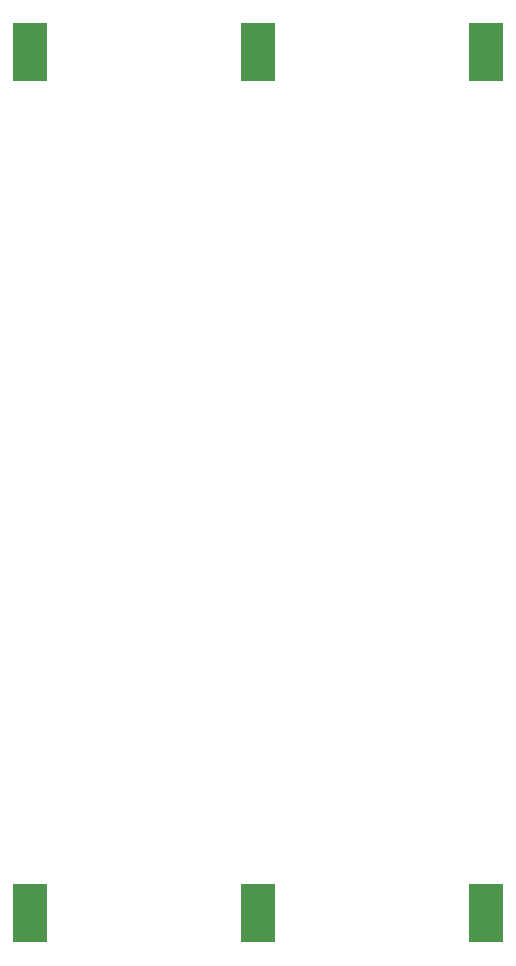
<source format=gbr>
%TF.GenerationSoftware,KiCad,Pcbnew,(5.1.9)-1*%
%TF.CreationDate,2021-11-29T10:56:02+07:00*%
%TF.ProjectId,Hackathon_PCB,4861636b-6174-4686-9f6e-5f5043422e6b,rev?*%
%TF.SameCoordinates,Original*%
%TF.FileFunction,Paste,Bot*%
%TF.FilePolarity,Positive*%
%FSLAX46Y46*%
G04 Gerber Fmt 4.6, Leading zero omitted, Abs format (unit mm)*
G04 Created by KiCad (PCBNEW (5.1.9)-1) date 2021-11-29 10:56:02*
%MOMM*%
%LPD*%
G01*
G04 APERTURE LIST*
%ADD10R,3.000000X5.000000*%
G04 APERTURE END LIST*
D10*
%TO.C,BT1*%
X118930000Y-107820000D03*
X118930000Y-34920000D03*
X99630000Y-34920000D03*
X99630000Y-107820000D03*
X80330000Y-107820000D03*
X80330000Y-34920000D03*
%TD*%
M02*

</source>
